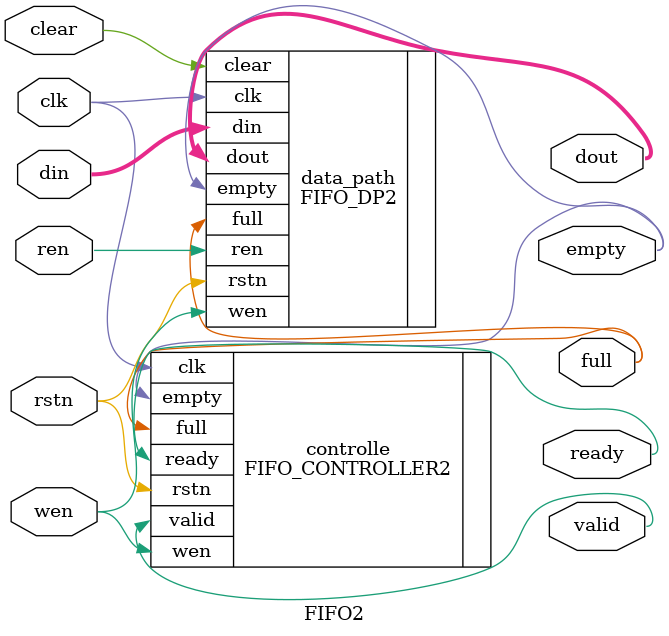
<source format=v>
module FIFO2 
#(
    parameter SIZE = 16,
    parameter MEM_SIZE = 8,
    parameter PAR_WRITE = 2,
    parameter PAR_READ = 4,
    parameter ADDRES_SIZE = $clog2(MEM_SIZE)
)
(
    input clk,
    input rstn,
    input clear,
    input wen,
    input ren,
    input [SIZE*PAR_WRITE-1:0] din,
    output full,
    output empty,
    output [SIZE*PAR_READ-1:0] dout,
    output valid,
    output ready
);

FIFO_DP2 #(.SIZE(SIZE), .MEM_SIZE(MEM_SIZE), .PAR_WRITE(PAR_WRITE), .PAR_READ(PAR_READ)) data_path (.clk(clk), .rstn(rstn), .clear(clear), .wen(wen), .ren(ren), .din(din), .full(full), .empty(empty), .dout(dout));
FIFO_CONTROLLER2 controlle(.clk(clk), .rstn(rstn), .wen(wen), .empty(empty), .full(full), .valid(valid), .ready(ready));
endmodule
</source>
